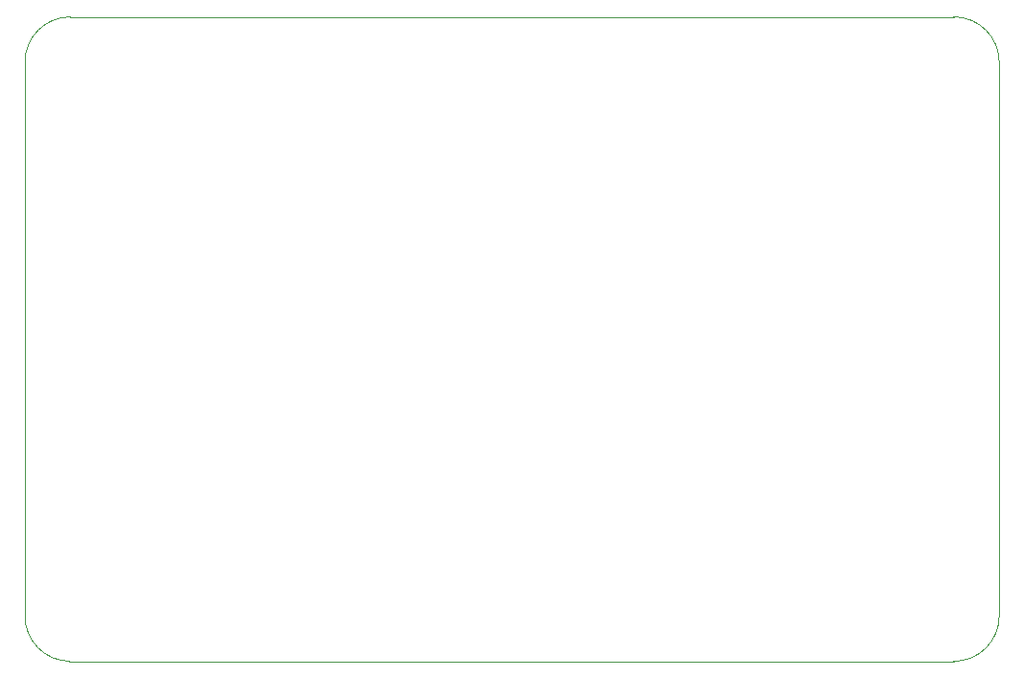
<source format=gbr>
%TF.GenerationSoftware,KiCad,Pcbnew,6.0.8+dfsg-1~bpo11+1*%
%TF.CreationDate,2022-11-14T19:08:57+01:00*%
%TF.ProjectId,Voiture_RC,566f6974-7572-4655-9f52-432e6b696361,rev?*%
%TF.SameCoordinates,Original*%
%TF.FileFunction,Profile,NP*%
%FSLAX46Y46*%
G04 Gerber Fmt 4.6, Leading zero omitted, Abs format (unit mm)*
G04 Created by KiCad (PCBNEW 6.0.8+dfsg-1~bpo11+1) date 2022-11-14 19:08:57*
%MOMM*%
%LPD*%
G01*
G04 APERTURE LIST*
%TA.AperFunction,Profile*%
%ADD10C,0.100000*%
%TD*%
G04 APERTURE END LIST*
D10*
X150000000Y-95150000D02*
X71950000Y-95150000D01*
X154000000Y-42250000D02*
X154000000Y-91150000D01*
X72050000Y-38250000D02*
X150000000Y-38250000D01*
X68049688Y-91150000D02*
X68050000Y-42250000D01*
X150000000Y-95150000D02*
G75*
G03*
X154000000Y-91150000I0J4000000D01*
G01*
X68049688Y-91150000D02*
G75*
G03*
X72000000Y-95150000I4000312J0D01*
G01*
X72050000Y-38250000D02*
G75*
G03*
X68050000Y-42250000I0J-4000000D01*
G01*
X154000000Y-42250000D02*
G75*
G03*
X150000000Y-38250000I-4000000J0D01*
G01*
M02*

</source>
